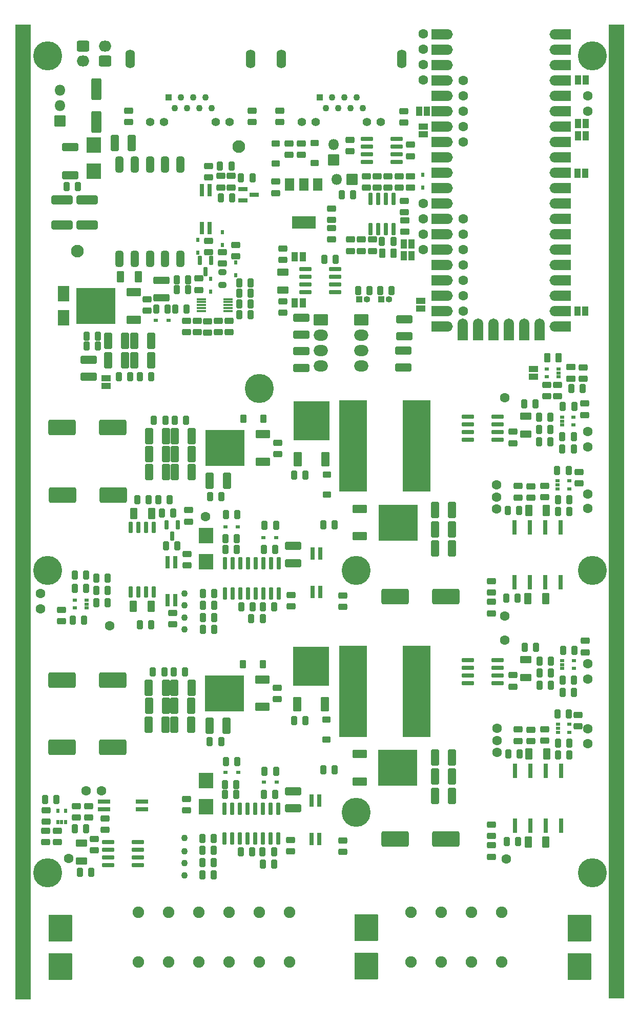
<source format=gts>
G04 #@! TF.GenerationSoftware,KiCad,Pcbnew,6.0.1-79c1e3a40b~116~ubuntu20.04.1*
G04 #@! TF.CreationDate,2022-07-13T18:57:56+02:00*
G04 #@! TF.ProjectId,Power,506f7765-722e-46b6-9963-61645f706362,rev?*
G04 #@! TF.SameCoordinates,Original*
G04 #@! TF.FileFunction,Soldermask,Top*
G04 #@! TF.FilePolarity,Negative*
%FSLAX46Y46*%
G04 Gerber Fmt 4.6, Leading zero omitted, Abs format (unit mm)*
G04 Created by KiCad (PCBNEW 6.0.1-79c1e3a40b~116~ubuntu20.04.1) date 2022-07-13 18:57:56*
%MOMM*%
%LPD*%
G01*
G04 APERTURE LIST*
G04 Aperture macros list*
%AMRoundRect*
0 Rectangle with rounded corners*
0 $1 Rounding radius*
0 $2 $3 $4 $5 $6 $7 $8 $9 X,Y pos of 4 corners*
0 Add a 4 corners polygon primitive as box body*
4,1,4,$2,$3,$4,$5,$6,$7,$8,$9,$2,$3,0*
0 Add four circle primitives for the rounded corners*
1,1,$1+$1,$2,$3*
1,1,$1+$1,$4,$5*
1,1,$1+$1,$6,$7*
1,1,$1+$1,$8,$9*
0 Add four rect primitives between the rounded corners*
20,1,$1+$1,$2,$3,$4,$5,0*
20,1,$1+$1,$4,$5,$6,$7,0*
20,1,$1+$1,$6,$7,$8,$9,0*
20,1,$1+$1,$8,$9,$2,$3,0*%
G04 Aperture macros list end*
%ADD10C,1.903400*%
%ADD11RoundRect,0.300000X1.950000X1.000000X-1.950000X1.000000X-1.950000X-1.000000X1.950000X-1.000000X0*%
%ADD12RoundRect,0.293750X-0.243750X-0.456250X0.243750X-0.456250X0.243750X0.456250X-0.243750X0.456250X0*%
%ADD13RoundRect,0.300000X0.375000X1.075000X-0.375000X1.075000X-0.375000X-1.075000X0.375000X-1.075000X0*%
%ADD14RoundRect,0.293750X0.243750X0.456250X-0.243750X0.456250X-0.243750X-0.456250X0.243750X-0.456250X0*%
%ADD15RoundRect,0.200000X0.150000X-0.825000X0.150000X0.825000X-0.150000X0.825000X-0.150000X-0.825000X0*%
%ADD16C,1.600000*%
%ADD17RoundRect,0.293750X-0.456250X0.243750X-0.456250X-0.243750X0.456250X-0.243750X0.456250X0.243750X0*%
%ADD18C,1.100000*%
%ADD19C,2.100000*%
%ADD20RoundRect,0.050000X-0.500000X-0.750000X0.500000X-0.750000X0.500000X0.750000X-0.500000X0.750000X0*%
%ADD21RoundRect,0.293750X0.456250X-0.243750X0.456250X0.243750X-0.456250X0.243750X-0.456250X-0.243750X0*%
%ADD22RoundRect,0.050000X-0.325000X-0.200000X0.325000X-0.200000X0.325000X0.200000X-0.325000X0.200000X0*%
%ADD23RoundRect,0.299999X1.450001X-0.450001X1.450001X0.450001X-1.450001X0.450001X-1.450001X-0.450001X0*%
%ADD24RoundRect,0.050000X-0.225000X0.300000X-0.225000X-0.300000X0.225000X-0.300000X0.225000X0.300000X0*%
%ADD25RoundRect,0.050000X0.600000X-0.450000X0.600000X0.450000X-0.600000X0.450000X-0.600000X-0.450000X0*%
%ADD26RoundRect,0.200000X-0.150000X0.587500X-0.150000X-0.587500X0.150000X-0.587500X0.150000X0.587500X0*%
%ADD27RoundRect,0.300000X1.075000X-0.375000X1.075000X0.375000X-1.075000X0.375000X-1.075000X-0.375000X0*%
%ADD28RoundRect,0.050000X-1.125000X0.875000X-1.125000X-0.875000X1.125000X-0.875000X1.125000X0.875000X0*%
%ADD29O,2.350000X1.850000*%
%ADD30RoundRect,0.050000X0.600000X-1.100000X0.600000X1.100000X-0.600000X1.100000X-0.600000X-1.100000X0*%
%ADD31RoundRect,0.050000X2.900000X-3.200000X2.900000X3.200000X-2.900000X3.200000X-2.900000X-3.200000X0*%
%ADD32RoundRect,0.050000X0.700000X0.150000X-0.700000X0.150000X-0.700000X-0.150000X0.700000X-0.150000X0*%
%ADD33C,4.800000*%
%ADD34C,3.200000*%
%ADD35RoundRect,0.050000X-1.150000X1.250000X-1.150000X-1.250000X1.150000X-1.250000X1.150000X1.250000X0*%
%ADD36RoundRect,0.300000X0.250000X0.475000X-0.250000X0.475000X-0.250000X-0.475000X0.250000X-0.475000X0*%
%ADD37RoundRect,0.300000X1.075000X-0.362500X1.075000X0.362500X-1.075000X0.362500X-1.075000X-0.362500X0*%
%ADD38RoundRect,0.050000X1.100000X0.600000X-1.100000X0.600000X-1.100000X-0.600000X1.100000X-0.600000X0*%
%ADD39RoundRect,0.050000X3.200000X2.900000X-3.200000X2.900000X-3.200000X-2.900000X3.200000X-2.900000X0*%
%ADD40RoundRect,0.300000X-0.325000X-0.650000X0.325000X-0.650000X0.325000X0.650000X-0.325000X0.650000X0*%
%ADD41RoundRect,0.200000X-0.825000X-0.150000X0.825000X-0.150000X0.825000X0.150000X-0.825000X0.150000X0*%
%ADD42RoundRect,0.050000X0.225000X-0.300000X0.225000X0.300000X-0.225000X0.300000X-0.225000X-0.300000X0*%
%ADD43RoundRect,0.050000X0.750000X-0.500000X0.750000X0.500000X-0.750000X0.500000X-0.750000X-0.500000X0*%
%ADD44RoundRect,0.300000X-0.375000X-1.075000X0.375000X-1.075000X0.375000X1.075000X-0.375000X1.075000X0*%
%ADD45RoundRect,0.300000X-0.475000X0.250000X-0.475000X-0.250000X0.475000X-0.250000X0.475000X0.250000X0*%
%ADD46RoundRect,0.050000X-0.300000X-0.225000X0.300000X-0.225000X0.300000X0.225000X-0.300000X0.225000X0*%
%ADD47RoundRect,0.300000X-0.650000X0.325000X-0.650000X-0.325000X0.650000X-0.325000X0.650000X0.325000X0*%
%ADD48RoundRect,0.300000X0.650000X-0.325000X0.650000X0.325000X-0.650000X0.325000X-0.650000X-0.325000X0*%
%ADD49RoundRect,0.050000X-0.500000X-0.500000X0.500000X-0.500000X0.500000X0.500000X-0.500000X0.500000X0*%
%ADD50C,1.400000*%
%ADD51O,1.600000X3.100000*%
%ADD52RoundRect,0.050000X-0.750000X0.500000X-0.750000X-0.500000X0.750000X-0.500000X0.750000X0.500000X0*%
%ADD53RoundRect,0.050000X0.500000X0.750000X-0.500000X0.750000X-0.500000X-0.750000X0.500000X-0.750000X0*%
%ADD54RoundRect,0.050000X-1.100000X-0.600000X1.100000X-0.600000X1.100000X0.600000X-1.100000X0.600000X0*%
%ADD55RoundRect,0.050000X-3.200000X-2.900000X3.200000X-2.900000X3.200000X2.900000X-3.200000X2.900000X0*%
%ADD56RoundRect,0.050000X-0.320000X1.000000X-0.320000X-1.000000X0.320000X-1.000000X0.320000X1.000000X0*%
%ADD57RoundRect,0.050000X-0.750000X1.000000X-0.750000X-1.000000X0.750000X-1.000000X0.750000X1.000000X0*%
%ADD58RoundRect,0.050000X-1.900000X1.000000X-1.900000X-1.000000X1.900000X-1.000000X1.900000X1.000000X0*%
%ADD59RoundRect,0.050000X1.000000X-0.800000X1.000000X0.800000X-1.000000X0.800000X-1.000000X-0.800000X0*%
%ADD60O,2.500000X1.700000*%
%ADD61O,1.700000X2.500000*%
%ADD62RoundRect,0.050000X0.800000X1.000000X-0.800000X1.000000X-0.800000X-1.000000X0.800000X-1.000000X0*%
%ADD63RoundRect,0.050000X-1.000000X0.800000X-1.000000X-0.800000X1.000000X-0.800000X1.000000X0.800000X0*%
%ADD64RoundRect,0.300000X-1.075000X0.312500X-1.075000X-0.312500X1.075000X-0.312500X1.075000X0.312500X0*%
%ADD65RoundRect,0.050000X-0.850000X0.850000X-0.850000X-0.850000X0.850000X-0.850000X0.850000X0.850000X0*%
%ADD66O,1.800000X1.800000*%
%ADD67RoundRect,0.200000X0.825000X0.150000X-0.825000X0.150000X-0.825000X-0.150000X0.825000X-0.150000X0*%
%ADD68RoundRect,0.300000X0.550000X-1.500000X0.550000X1.500000X-0.550000X1.500000X-0.550000X-1.500000X0*%
%ADD69RoundRect,0.300000X-1.075000X0.375000X-1.075000X-0.375000X1.075000X-0.375000X1.075000X0.375000X0*%
%ADD70RoundRect,0.050000X-1.905000X2.120000X-1.905000X-2.120000X1.905000X-2.120000X1.905000X2.120000X0*%
%ADD71RoundRect,0.200000X-0.150000X0.825000X-0.150000X-0.825000X0.150000X-0.825000X0.150000X0.825000X0*%
%ADD72RoundRect,0.050000X0.325000X0.200000X-0.325000X0.200000X-0.325000X-0.200000X0.325000X-0.200000X0*%
%ADD73RoundRect,0.212500X0.162500X-1.012500X0.162500X1.012500X-0.162500X1.012500X-0.162500X-1.012500X0*%
%ADD74RoundRect,0.050000X0.320000X-1.000000X0.320000X1.000000X-0.320000X1.000000X-0.320000X-1.000000X0*%
%ADD75RoundRect,0.268750X0.381250X-0.218750X0.381250X0.218750X-0.381250X0.218750X-0.381250X-0.218750X0*%
%ADD76RoundRect,0.200000X-0.150000X0.750000X-0.150000X-0.750000X0.150000X-0.750000X0.150000X0.750000X0*%
%ADD77RoundRect,0.050000X1.905000X-2.120000X1.905000X2.120000X-1.905000X2.120000X-1.905000X-2.120000X0*%
%ADD78RoundRect,0.050000X-0.450000X-0.600000X0.450000X-0.600000X0.450000X0.600000X-0.450000X0.600000X0*%
%ADD79RoundRect,0.200000X-0.587500X-0.150000X0.587500X-0.150000X0.587500X0.150000X-0.587500X0.150000X0*%
%ADD80RoundRect,0.300000X0.325000X0.650000X-0.325000X0.650000X-0.325000X-0.650000X0.325000X-0.650000X0*%
%ADD81RoundRect,0.300000X0.475000X-0.250000X0.475000X0.250000X-0.475000X0.250000X-0.475000X-0.250000X0*%
%ADD82RoundRect,0.300000X-0.750000X0.600000X-0.750000X-0.600000X0.750000X-0.600000X0.750000X0.600000X0*%
%ADD83O,2.100000X1.800000*%
%ADD84C,0.900000*%
%ADD85RoundRect,0.050000X-1.250000X-80.375000X1.250000X-80.375000X1.250000X80.375000X-1.250000X80.375000X0*%
%ADD86RoundRect,0.050000X-1.250000X-80.500000X1.250000X-80.500000X1.250000X80.500000X-1.250000X80.500000X0*%
%ADD87RoundRect,0.050000X0.850000X0.850000X-0.850000X0.850000X-0.850000X-0.850000X0.850000X-0.850000X0*%
%ADD88RoundRect,0.050000X-2.250000X7.500000X-2.250000X-7.500000X2.250000X-7.500000X2.250000X7.500000X0*%
%ADD89RoundRect,0.050000X0.300000X0.225000X-0.300000X0.225000X-0.300000X-0.225000X0.300000X-0.225000X0*%
%ADD90RoundRect,0.300000X0.750000X-0.600000X0.750000X0.600000X-0.750000X0.600000X-0.750000X-0.600000X0*%
%ADD91RoundRect,0.050000X-1.000000X-0.320000X1.000000X-0.320000X1.000000X0.320000X-1.000000X0.320000X0*%
%ADD92RoundRect,0.050000X-0.600000X0.450000X-0.600000X-0.450000X0.600000X-0.450000X0.600000X0.450000X0*%
%ADD93RoundRect,0.050000X0.200000X-0.325000X0.200000X0.325000X-0.200000X0.325000X-0.200000X-0.325000X0*%
%ADD94RoundRect,0.355000X-0.305000X-0.965000X0.305000X-0.965000X0.305000X0.965000X-0.305000X0.965000X0*%
%ADD95RoundRect,0.050000X0.900000X-1.250000X0.900000X1.250000X-0.900000X1.250000X-0.900000X-1.250000X0*%
%ADD96RoundRect,0.050000X-0.500000X0.500000X-0.500000X-0.500000X0.500000X-0.500000X0.500000X0.500000X0*%
%ADD97O,1.100000X1.100000*%
G04 APERTURE END LIST*
D10*
G04 #@! TO.C,J103*
X81950000Y-167500000D03*
X81950000Y-175699999D03*
X86950000Y-167500000D03*
X86950000Y-175699999D03*
G04 #@! TD*
G04 #@! TO.C,J105*
X61950000Y-167498800D03*
X61950000Y-175698799D03*
X66950000Y-175698799D03*
X66950000Y-167498800D03*
G04 #@! TD*
G04 #@! TO.C,J104*
X71950000Y-167500000D03*
X71950000Y-175699999D03*
X76950000Y-167500000D03*
X76950000Y-175699999D03*
G04 #@! TD*
D11*
G04 #@! TO.C,C118*
X57750000Y-87400000D03*
X49350000Y-87400000D03*
G04 #@! TD*
D12*
G04 #@! TO.C,C103*
X51084993Y-119195000D03*
X52959993Y-119195000D03*
G04 #@! TD*
D13*
G04 #@! TO.C,C309*
X113728750Y-141900000D03*
X110928750Y-141900000D03*
G04 #@! TD*
D14*
G04 #@! TO.C,R307*
X84340000Y-157542500D03*
X82465000Y-157542500D03*
G04 #@! TD*
D15*
G04 #@! TO.C,U203*
X76265000Y-114812500D03*
X77535000Y-114812500D03*
X78805000Y-114812500D03*
X80075000Y-114812500D03*
X81345000Y-114812500D03*
X82615000Y-114812500D03*
X83885000Y-114812500D03*
X85155000Y-114812500D03*
X85155000Y-109862500D03*
X83885000Y-109862500D03*
X82615000Y-109862500D03*
X81345000Y-109862500D03*
X80075000Y-109862500D03*
X78805000Y-109862500D03*
X77535000Y-109862500D03*
X76265000Y-109862500D03*
G04 #@! TD*
D12*
G04 #@! TO.C,R212*
X125727500Y-83487500D03*
X127602500Y-83487500D03*
G04 #@! TD*
D16*
G04 #@! TO.C,TP401*
X109000000Y-24920000D03*
G04 #@! TD*
D17*
G04 #@! TO.C,R419*
X98800000Y-56362500D03*
X98800000Y-58237500D03*
G04 #@! TD*
D16*
G04 #@! TO.C,TP104*
X53340000Y-147400000D03*
G04 #@! TD*
G04 #@! TO.C,TP408*
X109000000Y-52940000D03*
G04 #@! TD*
D12*
G04 #@! TO.C,C505*
X78612500Y-65240000D03*
X80487500Y-65240000D03*
G04 #@! TD*
D18*
G04 #@! TO.C,TP311*
X69600000Y-159400000D03*
G04 #@! TD*
D19*
G04 #@! TO.C,VOUT_GND501*
X78500000Y-41000000D03*
G04 #@! TD*
D20*
G04 #@! TO.C,JP417*
X134550000Y-37200000D03*
X135850000Y-37200000D03*
G04 #@! TD*
D21*
G04 #@! TO.C,R326*
X56400000Y-153837500D03*
X56400000Y-151962500D03*
G04 #@! TD*
D22*
G04 #@! TO.C,U305*
X131990000Y-125917500D03*
X131990000Y-126567500D03*
X131990000Y-127217500D03*
X133890000Y-127217500D03*
X133890000Y-125917500D03*
G04 #@! TD*
D23*
G04 #@! TO.C,C512*
X53450000Y-53940000D03*
X53450000Y-49840000D03*
G04 #@! TD*
D24*
G04 #@! TO.C,D403*
X108900000Y-45687500D03*
X108900000Y-47787500D03*
G04 #@! TD*
D25*
G04 #@! TO.C,D402*
X91050000Y-43750000D03*
X91050000Y-40450000D03*
G04 #@! TD*
D21*
G04 #@! TO.C,F401*
X86850000Y-42350000D03*
X86850000Y-40475000D03*
G04 #@! TD*
D26*
G04 #@! TO.C,U403*
X68500000Y-103462500D03*
X66600000Y-103462500D03*
X67550000Y-105337500D03*
G04 #@! TD*
D13*
G04 #@! TO.C,C209*
X113775000Y-101012500D03*
X110975000Y-101012500D03*
G04 #@! TD*
D12*
G04 #@! TO.C,C316*
X82652500Y-148030000D03*
X84527500Y-148030000D03*
G04 #@! TD*
D27*
G04 #@! TO.C,C402*
X88850000Y-72100000D03*
X88850000Y-69300000D03*
G04 #@! TD*
D28*
G04 #@! TO.C,PS402*
X92107500Y-69592500D03*
D29*
X92107500Y-72132500D03*
X92107500Y-74672500D03*
X92107500Y-77212500D03*
G04 #@! TD*
D30*
G04 #@! TO.C,Q302*
X88195000Y-133130000D03*
D31*
X90475000Y-126830000D03*
D30*
X92755000Y-133130000D03*
G04 #@! TD*
D17*
G04 #@! TO.C,C117*
X46731250Y-150618750D03*
X46731250Y-152493750D03*
G04 #@! TD*
D14*
G04 #@! TO.C,C208*
X74450000Y-120800000D03*
X72575000Y-120800000D03*
G04 #@! TD*
D32*
G04 #@! TO.C,U501*
X76750000Y-68200000D03*
X76750000Y-67700000D03*
X76750000Y-67200000D03*
X76750000Y-66700000D03*
X76750000Y-66200000D03*
X72350000Y-66200000D03*
X72350000Y-66700000D03*
X72350000Y-67200000D03*
X72350000Y-67700000D03*
X72350000Y-68200000D03*
G04 #@! TD*
D33*
G04 #@! TO.C,H101*
X136950000Y-161000000D03*
D34*
X136950000Y-161000000D03*
G04 #@! TD*
D21*
G04 #@! TO.C,R324*
X95750000Y-157537500D03*
X95750000Y-155662500D03*
G04 #@! TD*
D17*
G04 #@! TO.C,R514*
X75537500Y-45865000D03*
X75537500Y-47740000D03*
G04 #@! TD*
D35*
G04 #@! TO.C,D201*
X73150000Y-105250000D03*
X73150000Y-109550000D03*
G04 #@! TD*
D17*
G04 #@! TO.C,R303*
X120265000Y-156442500D03*
X120265000Y-158317500D03*
G04 #@! TD*
D16*
G04 #@! TO.C,TP307*
X121200000Y-141100000D03*
G04 #@! TD*
D36*
G04 #@! TO.C,C416*
X131400000Y-75900000D03*
X129500000Y-75900000D03*
G04 #@! TD*
D18*
G04 #@! TO.C,TP310*
X69600000Y-157400000D03*
G04 #@! TD*
D37*
G04 #@! TO.C,R513*
X50700000Y-45712500D03*
X50700000Y-41087500D03*
G04 #@! TD*
D18*
G04 #@! TO.C,TP312*
X69600000Y-161400000D03*
G04 #@! TD*
D12*
G04 #@! TO.C,R316*
X82812500Y-144200000D03*
X84687500Y-144200000D03*
G04 #@! TD*
D38*
G04 #@! TO.C,Q502*
X61175000Y-69580000D03*
D39*
X54875000Y-67300000D03*
D38*
X61175000Y-65020000D03*
G04 #@! TD*
D16*
G04 #@! TO.C,TP304*
X136200000Y-126460000D03*
G04 #@! TD*
D11*
G04 #@! TO.C,C203*
X112750000Y-115300000D03*
X104350000Y-115300000D03*
G04 #@! TD*
D12*
G04 #@! TO.C,R213*
X131258750Y-99337500D03*
X133133750Y-99337500D03*
G04 #@! TD*
D14*
G04 #@! TO.C,R415*
X104075000Y-56700000D03*
X102200000Y-56700000D03*
G04 #@! TD*
D12*
G04 #@! TO.C,R318*
X128202500Y-129967500D03*
X130077500Y-129967500D03*
G04 #@! TD*
D14*
G04 #@! TO.C,R410*
X97437500Y-49000000D03*
X95562500Y-49000000D03*
G04 #@! TD*
D40*
G04 #@! TO.C,C304*
X126446250Y-141305000D03*
X129396250Y-141305000D03*
G04 #@! TD*
D17*
G04 #@! TO.C,R321*
X135750000Y-122662500D03*
X135750000Y-124537500D03*
G04 #@! TD*
D33*
G04 #@! TO.C,H107*
X46950000Y-26000000D03*
D34*
X46950000Y-26000000D03*
G04 #@! TD*
D16*
G04 #@! TO.C,TP305*
X121230000Y-137100000D03*
G04 #@! TD*
D34*
G04 #@! TO.C,H104*
X46950000Y-111000000D03*
D33*
X46950000Y-111000000D03*
G04 #@! TD*
D17*
G04 #@! TO.C,C508*
X69900000Y-69815000D03*
X69900000Y-71690000D03*
G04 #@! TD*
D21*
G04 #@! TO.C,R116*
X51681250Y-151837500D03*
X51681250Y-149962500D03*
G04 #@! TD*
D12*
G04 #@! TO.C,R204*
X72600000Y-116800000D03*
X74475000Y-116800000D03*
G04 #@! TD*
D41*
G04 #@! TO.C,U302*
X116375000Y-125812500D03*
X116375000Y-127082500D03*
X116375000Y-128352500D03*
X116375000Y-129622500D03*
X121325000Y-129622500D03*
X121325000Y-128352500D03*
X121325000Y-127082500D03*
X121325000Y-125812500D03*
G04 #@! TD*
D16*
G04 #@! TO.C,TP404*
X109000000Y-50400000D03*
G04 #@! TD*
D15*
G04 #@! TO.C,U303*
X76205000Y-155305000D03*
X77475000Y-155305000D03*
X78745000Y-155305000D03*
X80015000Y-155305000D03*
X81285000Y-155305000D03*
X82555000Y-155305000D03*
X83825000Y-155305000D03*
X85095000Y-155305000D03*
X85095000Y-150355000D03*
X83825000Y-150355000D03*
X82555000Y-150355000D03*
X81285000Y-150355000D03*
X80015000Y-150355000D03*
X78745000Y-150355000D03*
X77475000Y-150355000D03*
X76205000Y-150355000D03*
G04 #@! TD*
D21*
G04 #@! TO.C,R512*
X73550000Y-58427500D03*
X73550000Y-56552500D03*
G04 #@! TD*
D42*
G04 #@! TO.C,D505*
X75800000Y-57250000D03*
X75800000Y-55150000D03*
G04 #@! TD*
D17*
G04 #@! TO.C,C404*
X84650000Y-46800000D03*
X84650000Y-48675000D03*
G04 #@! TD*
D13*
G04 #@! TO.C,C107*
X70775000Y-91800000D03*
X67975000Y-91800000D03*
G04 #@! TD*
D16*
G04 #@! TO.C,TP202*
X136200000Y-98400000D03*
G04 #@! TD*
D17*
G04 #@! TO.C,R203*
X120240000Y-116225000D03*
X120240000Y-118100000D03*
G04 #@! TD*
D43*
G04 #@! TO.C,JP404*
X109000000Y-39000000D03*
X109000000Y-37700000D03*
G04 #@! TD*
D13*
G04 #@! TO.C,C312*
X113728750Y-148300000D03*
X110928750Y-148300000D03*
G04 #@! TD*
D44*
G04 #@! TO.C,C223*
X73750000Y-96200000D03*
X76550000Y-96200000D03*
G04 #@! TD*
D14*
G04 #@! TO.C,R101*
X67712500Y-101500000D03*
X65837500Y-101500000D03*
G04 #@! TD*
D17*
G04 #@! TO.C,R413*
X99600000Y-45925000D03*
X99600000Y-47800000D03*
G04 #@! TD*
G04 #@! TO.C,R420*
X97000000Y-56362500D03*
X97000000Y-58237500D03*
G04 #@! TD*
D45*
G04 #@! TO.C,C413*
X106003125Y-53200000D03*
X106003125Y-55100000D03*
G04 #@! TD*
D14*
G04 #@! TO.C,R225*
X94412500Y-103450000D03*
X92537500Y-103450000D03*
G04 #@! TD*
D12*
G04 #@! TO.C,R218*
X128177500Y-89750000D03*
X130052500Y-89750000D03*
G04 #@! TD*
G04 #@! TO.C,C219*
X76322500Y-105800000D03*
X78197500Y-105800000D03*
G04 #@! TD*
D46*
G04 #@! TO.C,D303*
X82700000Y-146000000D03*
X84800000Y-146000000D03*
G04 #@! TD*
D47*
G04 #@! TO.C,C124*
X52550000Y-156100000D03*
X52550000Y-159050000D03*
G04 #@! TD*
D48*
G04 #@! TO.C,C314*
X125952500Y-128742500D03*
X125952500Y-125792500D03*
G04 #@! TD*
D16*
G04 #@! TO.C,TP103*
X55880000Y-147400000D03*
G04 #@! TD*
D12*
G04 #@! TO.C,R311*
X131183750Y-134705000D03*
X133058750Y-134705000D03*
G04 #@! TD*
D11*
G04 #@! TO.C,C122*
X57750000Y-129100000D03*
X49350000Y-129100000D03*
G04 #@! TD*
D14*
G04 #@! TO.C,R119*
X54187500Y-160900000D03*
X52312500Y-160900000D03*
G04 #@! TD*
D12*
G04 #@! TO.C,R201*
X122758750Y-115587500D03*
X124633750Y-115587500D03*
G04 #@! TD*
D16*
G04 #@! TO.C,TP407*
X109000000Y-58000000D03*
G04 #@! TD*
D44*
G04 #@! TO.C,C518*
X61250000Y-76300000D03*
X64050000Y-76300000D03*
G04 #@! TD*
D45*
G04 #@! TO.C,C414*
X133400000Y-77450000D03*
X133400000Y-79350000D03*
G04 #@! TD*
D49*
G04 #@! TO.C,J404*
X91900000Y-32850000D03*
D18*
X92916000Y-34630000D03*
X93932000Y-32850000D03*
X94948000Y-34630000D03*
X95964000Y-32850000D03*
X96980000Y-34630000D03*
X97996000Y-32850000D03*
X99012000Y-34630000D03*
D50*
X88915500Y-36914000D03*
X91201500Y-36914000D03*
X99710500Y-36914000D03*
X101996500Y-36914000D03*
D51*
X105489000Y-26500000D03*
X85550000Y-26500000D03*
G04 #@! TD*
D35*
G04 #@! TO.C,D507*
X54600000Y-40790000D03*
X54600000Y-45090000D03*
G04 #@! TD*
D16*
G04 #@! TO.C,TP309*
X122700000Y-158700000D03*
G04 #@! TD*
D52*
G04 #@! TO.C,JP413*
X108600000Y-66500000D03*
X108600000Y-67800000D03*
G04 #@! TD*
D21*
G04 #@! TO.C,R209*
X129096250Y-98937500D03*
X129096250Y-97062500D03*
G04 #@! TD*
D14*
G04 #@! TO.C,R320*
X89527500Y-135792500D03*
X87652500Y-135792500D03*
G04 #@! TD*
D21*
G04 #@! TO.C,R417*
X101400000Y-47800000D03*
X101400000Y-45925000D03*
G04 #@! TD*
G04 #@! TO.C,R310*
X124721250Y-139180000D03*
X124721250Y-137305000D03*
G04 #@! TD*
D12*
G04 #@! TO.C,R503*
X78612500Y-66990000D03*
X80487500Y-66990000D03*
G04 #@! TD*
D53*
G04 #@! TO.C,JP412*
X135800000Y-68200000D03*
X134500000Y-68200000D03*
G04 #@! TD*
D12*
G04 #@! TO.C,R217*
X128177500Y-87750000D03*
X130052500Y-87750000D03*
G04 #@! TD*
D54*
G04 #@! TO.C,Q303*
X98490000Y-141325000D03*
D55*
X104790000Y-143605000D03*
D54*
X98490000Y-145885000D03*
G04 #@! TD*
D20*
G04 #@! TO.C,JP414*
X134550000Y-30000000D03*
X135850000Y-30000000D03*
G04 #@! TD*
D12*
G04 #@! TO.C,NTC501*
X78612500Y-63490000D03*
X80487500Y-63490000D03*
G04 #@! TD*
D17*
G04 #@! TO.C,R401*
X96900000Y-39905000D03*
X96900000Y-41780000D03*
G04 #@! TD*
D56*
G04 #@! TO.C,U502*
X73685000Y-48165000D03*
X72415000Y-48165000D03*
X72415000Y-54465000D03*
X73685000Y-54465000D03*
G04 #@! TD*
D17*
G04 #@! TO.C,R405*
X85300000Y-35062500D03*
X85300000Y-36937500D03*
G04 #@! TD*
D57*
G04 #@! TO.C,U404*
X91550000Y-47237500D03*
X89250000Y-47237500D03*
D58*
X89250000Y-53537500D03*
D57*
X86950000Y-47237500D03*
G04 #@! TD*
D12*
G04 #@! TO.C,C311*
X82502500Y-159542500D03*
X84377500Y-159542500D03*
G04 #@! TD*
D59*
G04 #@! TO.C,U401*
X111400000Y-22462500D03*
D60*
X112700000Y-22462500D03*
D59*
X111400000Y-25002500D03*
D60*
X112700000Y-25002500D03*
X112700000Y-27542500D03*
D59*
X111400000Y-27542500D03*
D60*
X112700000Y-30082500D03*
D59*
X111400000Y-30082500D03*
D60*
X112700000Y-32622500D03*
D59*
X111400000Y-32622500D03*
D60*
X112700000Y-35162500D03*
D59*
X111400000Y-35162500D03*
D60*
X112700000Y-37702500D03*
D59*
X111400000Y-37702500D03*
X111400000Y-40242500D03*
D60*
X112700000Y-40242500D03*
D59*
X111400000Y-42782500D03*
D60*
X112700000Y-42782500D03*
X112700000Y-45322500D03*
D59*
X111400000Y-45322500D03*
D60*
X112700000Y-47862500D03*
D59*
X111400000Y-47862500D03*
D60*
X112700000Y-50402500D03*
D59*
X111400000Y-50402500D03*
X111400000Y-52942500D03*
D60*
X112700000Y-52942500D03*
D59*
X111400000Y-55482500D03*
D60*
X112700000Y-55482500D03*
X112700000Y-58022500D03*
D59*
X111400000Y-58022500D03*
X111400000Y-60562500D03*
D60*
X112700000Y-60562500D03*
D59*
X111400000Y-63102500D03*
D60*
X112700000Y-63102500D03*
D59*
X111400000Y-65642500D03*
D60*
X112700000Y-65642500D03*
D59*
X111400000Y-68182500D03*
D60*
X112700000Y-68182500D03*
D59*
X111400000Y-70722500D03*
D60*
X112700000Y-70722500D03*
D61*
X115550000Y-70662500D03*
D62*
X115550000Y-71962500D03*
X118090000Y-71962500D03*
D61*
X118090000Y-70662500D03*
D62*
X120630000Y-71962500D03*
D61*
X120630000Y-70662500D03*
X123170000Y-70662500D03*
D62*
X123170000Y-71962500D03*
D61*
X125710000Y-70662500D03*
D62*
X125710000Y-71962500D03*
D61*
X128250000Y-70662500D03*
D62*
X128250000Y-71962500D03*
D63*
X132400000Y-70722500D03*
D60*
X131100000Y-70722500D03*
D63*
X132400000Y-68182500D03*
D60*
X131100000Y-68182500D03*
D63*
X132400000Y-65642500D03*
D60*
X131100000Y-65642500D03*
X131100000Y-63102500D03*
D63*
X132400000Y-63102500D03*
D60*
X131100000Y-60562500D03*
D63*
X132400000Y-60562500D03*
X132400000Y-58022500D03*
D60*
X131100000Y-58022500D03*
D63*
X132400000Y-55482500D03*
D60*
X131100000Y-55482500D03*
X131100000Y-52942500D03*
D63*
X132400000Y-52942500D03*
D60*
X131100000Y-50402500D03*
D63*
X132400000Y-50402500D03*
X132400000Y-47862500D03*
D60*
X131100000Y-47862500D03*
D63*
X132400000Y-45322500D03*
D60*
X131100000Y-45322500D03*
X131100000Y-42782500D03*
D63*
X132400000Y-42782500D03*
X132400000Y-40242500D03*
D60*
X131100000Y-40242500D03*
X131100000Y-37702500D03*
D63*
X132400000Y-37702500D03*
D60*
X131100000Y-35162500D03*
D63*
X132400000Y-35162500D03*
X132400000Y-32622500D03*
D60*
X131100000Y-32622500D03*
D63*
X132400000Y-30082500D03*
D60*
X131100000Y-30082500D03*
X131100000Y-27542500D03*
D63*
X132400000Y-27542500D03*
D60*
X131100000Y-25002500D03*
D63*
X132400000Y-25002500D03*
X132400000Y-22462500D03*
D60*
X131100000Y-22462500D03*
D16*
X115640000Y-30082500D03*
X115640000Y-32622500D03*
X115640000Y-35162500D03*
X115640000Y-37702500D03*
X115640000Y-40242500D03*
X115640000Y-52942500D03*
X115640000Y-55482500D03*
X115640000Y-58022500D03*
X115640000Y-60562500D03*
X115640000Y-63102500D03*
X115640000Y-65642500D03*
X115640000Y-68182500D03*
G04 #@! TD*
D64*
G04 #@! TO.C,R510*
X65750000Y-63077500D03*
X65750000Y-66002500D03*
G04 #@! TD*
D65*
G04 #@! TO.C,JP403*
X97275000Y-46400000D03*
D66*
X94735000Y-46400000D03*
G04 #@! TD*
D67*
G04 #@! TO.C,U405*
X94475000Y-65070000D03*
X94475000Y-63800000D03*
X94475000Y-62530000D03*
X94475000Y-61260000D03*
X89525000Y-61260000D03*
X89525000Y-62530000D03*
X89525000Y-63800000D03*
X89525000Y-65070000D03*
G04 #@! TD*
D21*
G04 #@! TO.C,R308*
X126821250Y-139192500D03*
X126821250Y-137317500D03*
G04 #@! TD*
G04 #@! TO.C,R208*
X126796250Y-98975000D03*
X126796250Y-97100000D03*
G04 #@! TD*
D14*
G04 #@! TO.C,R104*
X56849993Y-112325000D03*
X54974993Y-112325000D03*
G04 #@! TD*
D16*
G04 #@! TO.C,TP205*
X121100000Y-96900000D03*
G04 #@! TD*
D17*
G04 #@! TO.C,R411*
X85800000Y-66600000D03*
X85800000Y-68475000D03*
G04 #@! TD*
D33*
G04 #@! TO.C,H108*
X136950000Y-26000000D03*
D34*
X136950000Y-26000000D03*
G04 #@! TD*
D14*
G04 #@! TO.C,R109*
X66400000Y-86200000D03*
X64525000Y-86200000D03*
G04 #@! TD*
G04 #@! TO.C,R108*
X69800000Y-86200000D03*
X67925000Y-86200000D03*
G04 #@! TD*
G04 #@! TO.C,R111*
X53337500Y-153700000D03*
X51462500Y-153700000D03*
G04 #@! TD*
D12*
G04 #@! TO.C,R323*
X132027500Y-129167500D03*
X133902500Y-129167500D03*
G04 #@! TD*
D68*
G04 #@! TO.C,C521*
X55000000Y-36900000D03*
X55000000Y-31500000D03*
G04 #@! TD*
D12*
G04 #@! TO.C,C215*
X131258750Y-101312500D03*
X133133750Y-101312500D03*
G04 #@! TD*
D14*
G04 #@! TO.C,R118*
X63632500Y-99300000D03*
X61757500Y-99300000D03*
G04 #@! TD*
D12*
G04 #@! TO.C,R305*
X72540000Y-159292500D03*
X74415000Y-159292500D03*
G04 #@! TD*
D11*
G04 #@! TO.C,C121*
X57750000Y-140200000D03*
X49350000Y-140200000D03*
G04 #@! TD*
D12*
G04 #@! TO.C,R317*
X128202500Y-127967500D03*
X130077500Y-127967500D03*
G04 #@! TD*
G04 #@! TO.C,C302*
X78877500Y-157542500D03*
X80752500Y-157542500D03*
G04 #@! TD*
D21*
G04 #@! TO.C,R511*
X75800000Y-60337500D03*
X75800000Y-58462500D03*
G04 #@! TD*
G04 #@! TO.C,R221*
X135665000Y-85337500D03*
X135665000Y-83462500D03*
G04 #@! TD*
G04 #@! TO.C,C507*
X71900000Y-64677500D03*
X71900000Y-62802500D03*
G04 #@! TD*
D40*
G04 #@! TO.C,C201*
X126321250Y-115687500D03*
X129271250Y-115687500D03*
G04 #@! TD*
D12*
G04 #@! TO.C,C315*
X131283750Y-141530000D03*
X133158750Y-141530000D03*
G04 #@! TD*
D69*
G04 #@! TO.C,C218*
X87550000Y-107000000D03*
X87550000Y-109800000D03*
G04 #@! TD*
D70*
G04 #@! TO.C,F101*
X99650000Y-170020000D03*
X99650000Y-176400000D03*
G04 #@! TD*
D13*
G04 #@! TO.C,C206*
X113775000Y-104212500D03*
X110975000Y-104212500D03*
G04 #@! TD*
D21*
G04 #@! TO.C,R226*
X67600000Y-119937500D03*
X67600000Y-118062500D03*
G04 #@! TD*
D17*
G04 #@! TO.C,C123*
X54675000Y-155362500D03*
X54675000Y-157237500D03*
G04 #@! TD*
D16*
G04 #@! TO.C,TP208*
X122500000Y-82500000D03*
G04 #@! TD*
D71*
G04 #@! TO.C,U406*
X104140000Y-49662500D03*
X102870000Y-49662500D03*
X101600000Y-49662500D03*
X100330000Y-49662500D03*
X100330000Y-54612500D03*
X101600000Y-54612500D03*
X102870000Y-54612500D03*
X104140000Y-54612500D03*
G04 #@! TD*
D13*
G04 #@! TO.C,C109*
X70750000Y-88800000D03*
X67950000Y-88800000D03*
G04 #@! TD*
D14*
G04 #@! TO.C,C220*
X133965000Y-83900000D03*
X132090000Y-83900000D03*
G04 #@! TD*
D72*
G04 #@! TO.C,U102*
X53364993Y-117225000D03*
X53364993Y-116575000D03*
X53364993Y-115925000D03*
X51464993Y-115925000D03*
X51464993Y-117225000D03*
G04 #@! TD*
D14*
G04 #@! TO.C,C408*
X68387500Y-107000000D03*
X66512500Y-107000000D03*
G04 #@! TD*
D12*
G04 #@! TO.C,R304*
X72540000Y-157292500D03*
X74415000Y-157292500D03*
G04 #@! TD*
D10*
G04 #@! TO.C,J102*
X106950000Y-167498800D03*
X106950000Y-175698799D03*
X111950000Y-167498800D03*
X111950000Y-175698799D03*
G04 #@! TD*
D16*
G04 #@! TO.C,TP301*
X136200000Y-139600000D03*
G04 #@! TD*
D35*
G04 #@! TO.C,D301*
X73090000Y-145742500D03*
X73090000Y-150042500D03*
G04 #@! TD*
D17*
G04 #@! TO.C,R502*
X75150000Y-69815000D03*
X75150000Y-71690000D03*
G04 #@! TD*
D16*
G04 #@! TO.C,TP101*
X45800000Y-114860000D03*
G04 #@! TD*
D21*
G04 #@! TO.C,C310*
X123852500Y-130205000D03*
X123852500Y-128330000D03*
G04 #@! TD*
D14*
G04 #@! TO.C,R220*
X89587500Y-95300000D03*
X87712500Y-95300000D03*
G04 #@! TD*
G04 #@! TO.C,R506*
X70162500Y-63002500D03*
X68287500Y-63002500D03*
G04 #@! TD*
D46*
G04 #@! TO.C,D202*
X76300000Y-103800000D03*
X78400000Y-103800000D03*
G04 #@! TD*
D16*
G04 #@! TO.C,TP303*
X136200000Y-129000000D03*
G04 #@! TD*
D12*
G04 #@! TO.C,C519*
X58712500Y-79000000D03*
X60587500Y-79000000D03*
G04 #@! TD*
G04 #@! TO.C,R105*
X54974993Y-116325000D03*
X56849993Y-116325000D03*
G04 #@! TD*
D44*
G04 #@! TO.C,C515*
X58075000Y-40440000D03*
X60875000Y-40440000D03*
G04 #@! TD*
D13*
G04 #@! TO.C,C110*
X66540000Y-91800000D03*
X63740000Y-91800000D03*
G04 #@! TD*
D12*
G04 #@! TO.C,C319*
X76262500Y-146400000D03*
X78137500Y-146400000D03*
G04 #@! TD*
D16*
G04 #@! TO.C,TP201*
X136200000Y-100800000D03*
G04 #@! TD*
G04 #@! TO.C,TP302*
X136200000Y-137160000D03*
G04 #@! TD*
D12*
G04 #@! TO.C,C222*
X73812500Y-98800000D03*
X75687500Y-98800000D03*
G04 #@! TD*
D13*
G04 #@! TO.C,C306*
X113728750Y-145100000D03*
X110928750Y-145100000D03*
G04 #@! TD*
D23*
G04 #@! TO.C,C513*
X49350000Y-53940000D03*
X49350000Y-49840000D03*
G04 #@! TD*
D69*
G04 #@! TO.C,C318*
X87490000Y-147492500D03*
X87490000Y-150292500D03*
G04 #@! TD*
D73*
G04 #@! TO.C,U301*
X124133750Y-153180000D03*
X126673750Y-153180000D03*
X129213750Y-153180000D03*
X131753750Y-153180000D03*
X131753750Y-144130000D03*
X129213750Y-144130000D03*
X126673750Y-144130000D03*
X124133750Y-144130000D03*
G04 #@! TD*
D11*
G04 #@! TO.C,C120*
X57775000Y-98600000D03*
X49375000Y-98600000D03*
G04 #@! TD*
G04 #@! TO.C,C303*
X112750000Y-155400000D03*
X104350000Y-155400000D03*
G04 #@! TD*
D12*
G04 #@! TO.C,R211*
X131158750Y-94487500D03*
X133033750Y-94487500D03*
G04 #@! TD*
D16*
G04 #@! TO.C,TP406*
X109000000Y-22380000D03*
G04 #@! TD*
D12*
G04 #@! TO.C,C322*
X73752500Y-139292500D03*
X75627500Y-139292500D03*
G04 #@! TD*
D72*
G04 #@! TO.C,U407*
X131350000Y-79050000D03*
X131350000Y-78400000D03*
X131350000Y-77750000D03*
X129450000Y-77750000D03*
X129450000Y-79050000D03*
G04 #@! TD*
D17*
G04 #@! TO.C,R508*
X63350000Y-66262500D03*
X63350000Y-68137500D03*
G04 #@! TD*
D74*
G04 #@! TO.C,U306*
X90565000Y-155350000D03*
X91835000Y-155350000D03*
X91835000Y-149050000D03*
X90565000Y-149050000D03*
G04 #@! TD*
D16*
G04 #@! TO.C,TP306*
X121230000Y-139100000D03*
G04 #@! TD*
D18*
G04 #@! TO.C,TP213*
X69600000Y-114800000D03*
G04 #@! TD*
D75*
G04 #@! TO.C,L501*
X75800000Y-63862500D03*
X75800000Y-61737500D03*
G04 #@! TD*
D14*
G04 #@! TO.C,R207*
X84400000Y-117050000D03*
X82525000Y-117050000D03*
G04 #@! TD*
D17*
G04 #@! TO.C,R202*
X120240000Y-112825000D03*
X120240000Y-114700000D03*
G04 #@! TD*
D21*
G04 #@! TO.C,R515*
X73550000Y-46077500D03*
X73550000Y-44202500D03*
G04 #@! TD*
D17*
G04 #@! TO.C,R414*
X103200000Y-45925000D03*
X103200000Y-47800000D03*
G04 #@! TD*
D48*
G04 #@! TO.C,C214*
X125927500Y-88525000D03*
X125927500Y-85575000D03*
G04 #@! TD*
D12*
G04 #@! TO.C,C504*
X78612500Y-68740000D03*
X80487500Y-68740000D03*
G04 #@! TD*
D17*
G04 #@! TO.C,F402*
X88850000Y-40475000D03*
X88850000Y-42350000D03*
G04 #@! TD*
G04 #@! TO.C,R409*
X85800000Y-57862500D03*
X85800000Y-59737500D03*
G04 #@! TD*
D16*
G04 #@! TO.C,TP308*
X122500000Y-122500000D03*
G04 #@! TD*
D21*
G04 #@! TO.C,R423*
X135400000Y-79337500D03*
X135400000Y-77462500D03*
G04 #@! TD*
D42*
G04 #@! TO.C,D502*
X73881250Y-64950000D03*
X73881250Y-62850000D03*
G04 #@! TD*
D76*
G04 #@! TO.C,U101*
X64480000Y-103937500D03*
X63210000Y-103937500D03*
X61940000Y-103937500D03*
X60670000Y-103937500D03*
X60670000Y-114587500D03*
X61940000Y-114587500D03*
X63210000Y-114587500D03*
X64480000Y-114587500D03*
G04 #@! TD*
D16*
G04 #@! TO.C,TP106*
X50400000Y-158600000D03*
G04 #@! TD*
D77*
G04 #@! TO.C,F103*
X49050000Y-176500000D03*
X49050000Y-170120000D03*
G04 #@! TD*
D22*
G04 #@! TO.C,U205*
X131965000Y-85700000D03*
X131965000Y-86350000D03*
X131965000Y-87000000D03*
X133865000Y-87000000D03*
X133865000Y-85700000D03*
G04 #@! TD*
D44*
G04 #@! TO.C,C501*
X56937500Y-73100000D03*
X59737500Y-73100000D03*
G04 #@! TD*
D14*
G04 #@! TO.C,C320*
X133990000Y-124200000D03*
X132115000Y-124200000D03*
G04 #@! TD*
D53*
G04 #@! TO.C,JP410*
X107100000Y-57073750D03*
X105800000Y-57073750D03*
G04 #@! TD*
D42*
G04 #@! TO.C,D506*
X71800000Y-58490000D03*
X71800000Y-56390000D03*
G04 #@! TD*
D17*
G04 #@! TO.C,R319*
X84875000Y-130417500D03*
X84875000Y-132292500D03*
G04 #@! TD*
D28*
G04 #@! TO.C,PS401*
X98807500Y-69592500D03*
D29*
X98807500Y-72132500D03*
X98807500Y-74672500D03*
X98807500Y-77212500D03*
G04 #@! TD*
D36*
G04 #@! TO.C,C411*
X104150000Y-58600000D03*
X102250000Y-58600000D03*
G04 #@! TD*
D16*
G04 #@! TO.C,TP203*
X136200000Y-90600000D03*
G04 #@! TD*
D78*
G04 #@! TO.C,D304*
X79240000Y-126492500D03*
X82540000Y-126492500D03*
G04 #@! TD*
D21*
G04 #@! TO.C,C503*
X73400000Y-71727500D03*
X73400000Y-69852500D03*
G04 #@! TD*
D17*
G04 #@! TO.C,R302*
X120265000Y-153042500D03*
X120265000Y-154917500D03*
G04 #@! TD*
G04 #@! TO.C,C205*
X87150000Y-115062500D03*
X87150000Y-116937500D03*
G04 #@! TD*
D19*
G04 #@! TO.C,GND501*
X51850000Y-58240000D03*
G04 #@! TD*
D21*
G04 #@! TO.C,R501*
X76900000Y-71690000D03*
X76900000Y-69815000D03*
G04 #@! TD*
D12*
G04 #@! TO.C,C321*
X132027500Y-131167500D03*
X133902500Y-131167500D03*
G04 #@! TD*
D17*
G04 #@! TO.C,C213*
X134796250Y-94775000D03*
X134796250Y-96650000D03*
G04 #@! TD*
D21*
G04 #@! TO.C,R210*
X124696250Y-98962500D03*
X124696250Y-97087500D03*
G04 #@! TD*
D18*
G04 #@! TO.C,TP211*
X69600000Y-118800000D03*
G04 #@! TD*
D17*
G04 #@! TO.C,R115*
X48600000Y-154062500D03*
X48600000Y-155937500D03*
G04 #@! TD*
G04 #@! TO.C,C405*
X93850000Y-51262500D03*
X93850000Y-53137500D03*
G04 #@! TD*
G04 #@! TO.C,R314*
X69890000Y-148805000D03*
X69890000Y-150680000D03*
G04 #@! TD*
D12*
G04 #@! TO.C,C207*
X72575000Y-114800000D03*
X74450000Y-114800000D03*
G04 #@! TD*
D79*
G04 #@! TO.C,U503*
X79225000Y-47990000D03*
X79225000Y-49890000D03*
X81100000Y-48940000D03*
G04 #@! TD*
D14*
G04 #@! TO.C,R114*
X48425000Y-148900000D03*
X46550000Y-148900000D03*
G04 #@! TD*
D80*
G04 #@! TO.C,C101*
X64150000Y-101600000D03*
X61200000Y-101600000D03*
G04 #@! TD*
D74*
G04 #@! TO.C,U207*
X66765000Y-115950000D03*
X68035000Y-115950000D03*
X68035000Y-109650000D03*
X66765000Y-109650000D03*
G04 #@! TD*
D26*
G04 #@! TO.C,Q501*
X74000000Y-59802500D03*
X72100000Y-59802500D03*
X73050000Y-61677500D03*
G04 #@! TD*
D67*
G04 #@! TO.C,U402*
X104650000Y-43570000D03*
X104650000Y-42300000D03*
X104650000Y-41030000D03*
X104650000Y-39760000D03*
X99700000Y-39760000D03*
X99700000Y-41030000D03*
X99700000Y-42300000D03*
X99700000Y-43570000D03*
G04 #@! TD*
D12*
G04 #@! TO.C,C217*
X76322500Y-107537500D03*
X78197500Y-107537500D03*
G04 #@! TD*
D81*
G04 #@! TO.C,C412*
X106900000Y-47800000D03*
X106900000Y-45900000D03*
G04 #@! TD*
D17*
G04 #@! TO.C,R418*
X100600000Y-56362500D03*
X100600000Y-58237500D03*
G04 #@! TD*
G04 #@! TO.C,R402*
X80700000Y-35062500D03*
X80700000Y-36937500D03*
G04 #@! TD*
D24*
G04 #@! TO.C,D501*
X78050000Y-60150000D03*
X78050000Y-62250000D03*
G04 #@! TD*
D12*
G04 #@! TO.C,C221*
X132002500Y-90950000D03*
X133877500Y-90950000D03*
G04 #@! TD*
D21*
G04 #@! TO.C,R224*
X95750000Y-117037500D03*
X95750000Y-115162500D03*
G04 #@! TD*
D70*
G04 #@! TO.C,F102*
X134850000Y-170120000D03*
X134850000Y-176500000D03*
G04 #@! TD*
D14*
G04 #@! TO.C,R117*
X67112500Y-99325000D03*
X65237500Y-99325000D03*
G04 #@! TD*
D67*
G04 #@! TO.C,U104*
X61875000Y-159715000D03*
X61875000Y-158445000D03*
X61875000Y-157175000D03*
X61875000Y-155905000D03*
X56925000Y-155905000D03*
X56925000Y-157175000D03*
X56925000Y-158445000D03*
X56925000Y-159715000D03*
G04 #@! TD*
D17*
G04 #@! TO.C,C415*
X131200000Y-80362500D03*
X131200000Y-82237500D03*
G04 #@! TD*
D21*
G04 #@! TO.C,R404*
X105800000Y-37025000D03*
X105800000Y-35150000D03*
G04 #@! TD*
D17*
G04 #@! TO.C,R403*
X60300000Y-35062500D03*
X60300000Y-36937500D03*
G04 #@! TD*
D46*
G04 #@! TO.C,D302*
X76360000Y-144400000D03*
X78460000Y-144400000D03*
G04 #@! TD*
D38*
G04 #@! TO.C,Q301*
X82475000Y-133585000D03*
D39*
X76175000Y-131305000D03*
D38*
X82475000Y-129025000D03*
G04 #@! TD*
D16*
G04 #@! TO.C,TP402*
X109000000Y-30000000D03*
G04 #@! TD*
D12*
G04 #@! TO.C,R102*
X62212500Y-120000000D03*
X64087500Y-120000000D03*
G04 #@! TD*
D17*
G04 #@! TO.C,R219*
X84935000Y-89925000D03*
X84935000Y-91800000D03*
G04 #@! TD*
D25*
G04 #@! TO.C,D205*
X93110000Y-98500000D03*
X93110000Y-95200000D03*
G04 #@! TD*
D12*
G04 #@! TO.C,R206*
X122962500Y-101087500D03*
X124837500Y-101087500D03*
G04 #@! TD*
D16*
G04 #@! TO.C,TP105*
X57200000Y-120200000D03*
G04 #@! TD*
D82*
G04 #@! TO.C,J405*
X52800000Y-24400000D03*
D83*
X52800000Y-26900000D03*
G04 #@! TD*
D21*
G04 #@! TO.C,R424*
X129400000Y-82237500D03*
X129400000Y-80362500D03*
G04 #@! TD*
D13*
G04 #@! TO.C,C112*
X66437500Y-136480000D03*
X63637500Y-136480000D03*
G04 #@! TD*
D30*
G04 #@! TO.C,Q202*
X88255000Y-92637500D03*
D31*
X90535000Y-86337500D03*
D30*
X92815000Y-92637500D03*
G04 #@! TD*
D12*
G04 #@! TO.C,R509*
X53412500Y-73950000D03*
X55287500Y-73950000D03*
G04 #@! TD*
D13*
G04 #@! TO.C,C116*
X66475000Y-130405000D03*
X63675000Y-130405000D03*
G04 #@! TD*
D84*
G04 #@! TO.C,N101*
X43150000Y-83625000D03*
X140650000Y-93375000D03*
X43150000Y-33625000D03*
X140650000Y-123375000D03*
X140650000Y-43375000D03*
X43150000Y-23625000D03*
X43150000Y-43625000D03*
X43150000Y-93625000D03*
X140650000Y-83375000D03*
X43150000Y-103625000D03*
X43150000Y-133625000D03*
D85*
X140900000Y-101250000D03*
D84*
X43150000Y-123625000D03*
X140650000Y-33375000D03*
X140650000Y-73375000D03*
X140650000Y-173375000D03*
X43150000Y-143625000D03*
X140650000Y-23375000D03*
X43150000Y-113625000D03*
X140650000Y-113375000D03*
X43150000Y-53625000D03*
X140650000Y-103375000D03*
X43150000Y-163625000D03*
X43150000Y-73625000D03*
D86*
X42900000Y-101375000D03*
D84*
X140650000Y-63375000D03*
X140650000Y-143375000D03*
X43150000Y-173625000D03*
X43150000Y-63625000D03*
X140650000Y-163375000D03*
X43150000Y-153625000D03*
X140650000Y-133375000D03*
X140650000Y-53375000D03*
X140650000Y-153375000D03*
G04 #@! TD*
D18*
G04 #@! TO.C,TP212*
X69600000Y-120800000D03*
G04 #@! TD*
D87*
G04 #@! TO.C,JP401*
X94210000Y-43200000D03*
D66*
X94210000Y-40660000D03*
G04 #@! TD*
D41*
G04 #@! TO.C,U202*
X116375000Y-85595000D03*
X116375000Y-86865000D03*
X116375000Y-88135000D03*
X116375000Y-89405000D03*
X121325000Y-89405000D03*
X121325000Y-88135000D03*
X121325000Y-86865000D03*
X121325000Y-85595000D03*
G04 #@! TD*
D17*
G04 #@! TO.C,C409*
X70250000Y-101062500D03*
X70250000Y-102937500D03*
G04 #@! TD*
D34*
G04 #@! TO.C,H106*
X136950000Y-111000000D03*
D33*
X136950000Y-111000000D03*
G04 #@! TD*
D14*
G04 #@! TO.C,C308*
X74390000Y-161292500D03*
X72515000Y-161292500D03*
G04 #@! TD*
G04 #@! TO.C,C510*
X55287500Y-72350000D03*
X53412500Y-72350000D03*
G04 #@! TD*
D20*
G04 #@! TO.C,JP402*
X134550000Y-39200000D03*
X135850000Y-39200000D03*
G04 #@! TD*
D88*
G04 #@! TO.C,L201*
X107960000Y-90487500D03*
X97460000Y-90487500D03*
G04 #@! TD*
D17*
G04 #@! TO.C,R504*
X71650000Y-69815000D03*
X71650000Y-71690000D03*
G04 #@! TD*
D34*
G04 #@! TO.C,H103*
X97950000Y-111000000D03*
D33*
X97950000Y-111000000D03*
G04 #@! TD*
D89*
G04 #@! TO.C,D503*
X66950000Y-69700000D03*
X64850000Y-69700000D03*
G04 #@! TD*
D20*
G04 #@! TO.C,JP408*
X87800000Y-59200000D03*
X89100000Y-59200000D03*
G04 #@! TD*
D16*
G04 #@! TO.C,TP102*
X45800000Y-117400000D03*
G04 #@! TD*
D90*
G04 #@! TO.C,J406*
X56400000Y-26900000D03*
D83*
X56400000Y-24400000D03*
G04 #@! TD*
D12*
G04 #@! TO.C,R312*
X125752500Y-123705000D03*
X127627500Y-123705000D03*
G04 #@! TD*
D13*
G04 #@! TO.C,C105*
X66540000Y-94800000D03*
X63740000Y-94800000D03*
G04 #@! TD*
D21*
G04 #@! TO.C,C210*
X123827500Y-89987500D03*
X123827500Y-88112500D03*
G04 #@! TD*
D17*
G04 #@! TO.C,R214*
X69950000Y-108312500D03*
X69950000Y-110187500D03*
G04 #@! TD*
D12*
G04 #@! TO.C,R205*
X72600000Y-118800000D03*
X74475000Y-118800000D03*
G04 #@! TD*
D18*
G04 #@! TO.C,TP313*
X69600000Y-155200000D03*
G04 #@! TD*
D14*
G04 #@! TO.C,C506*
X70162500Y-64640000D03*
X68287500Y-64640000D03*
G04 #@! TD*
D17*
G04 #@! TO.C,R517*
X77287500Y-45865000D03*
X77287500Y-47740000D03*
G04 #@! TD*
D13*
G04 #@! TO.C,C111*
X70687500Y-133405000D03*
X67887500Y-133405000D03*
G04 #@! TD*
D91*
G04 #@! TO.C,U307*
X56250000Y-149225000D03*
X56250000Y-150495000D03*
X62550000Y-150495000D03*
X62550000Y-149225000D03*
G04 #@! TD*
D12*
G04 #@! TO.C,R407*
X101925000Y-64800000D03*
X103800000Y-64800000D03*
G04 #@! TD*
D80*
G04 #@! TO.C,C102*
X64075000Y-116975000D03*
X61125000Y-116975000D03*
G04 #@! TD*
D18*
G04 #@! TO.C,TP210*
X69600000Y-116800000D03*
G04 #@! TD*
D16*
G04 #@! TO.C,TP405*
X109000000Y-27460000D03*
G04 #@! TD*
D53*
G04 #@! TO.C,JP411*
X107100000Y-59073750D03*
X105800000Y-59073750D03*
G04 #@! TD*
D22*
G04 #@! TO.C,U204*
X131233750Y-96235000D03*
X131233750Y-96885000D03*
X131233750Y-97535000D03*
X133133750Y-97535000D03*
X133133750Y-96235000D03*
G04 #@! TD*
D17*
G04 #@! TO.C,C401*
X106900000Y-40697500D03*
X106900000Y-42572500D03*
G04 #@! TD*
D40*
G04 #@! TO.C,C204*
X126421250Y-101087500D03*
X129371250Y-101087500D03*
G04 #@! TD*
D14*
G04 #@! TO.C,C516*
X77425000Y-49465000D03*
X75550000Y-49465000D03*
G04 #@! TD*
D16*
G04 #@! TO.C,TP209*
X122500000Y-118600000D03*
G04 #@! TD*
D21*
G04 #@! TO.C,C509*
X78050000Y-59127500D03*
X78050000Y-57252500D03*
G04 #@! TD*
D88*
G04 #@! TO.C,L301*
X107950000Y-130975000D03*
X97450000Y-130975000D03*
G04 #@! TD*
D17*
G04 #@! TO.C,C313*
X134600000Y-134862500D03*
X134600000Y-136737500D03*
G04 #@! TD*
D16*
G04 #@! TO.C,TP206*
X121100000Y-98900000D03*
G04 #@! TD*
D14*
G04 #@! TO.C,R505*
X69925000Y-67840000D03*
X68050000Y-67840000D03*
G04 #@! TD*
G04 #@! TO.C,R103*
X56849993Y-114325000D03*
X54974993Y-114325000D03*
G04 #@! TD*
D21*
G04 #@! TO.C,C119*
X53700000Y-151837500D03*
X53700000Y-149962500D03*
G04 #@! TD*
D14*
G04 #@! TO.C,R112*
X69647500Y-127805000D03*
X67772500Y-127805000D03*
G04 #@! TD*
D49*
G04 #@! TO.C,J403*
X66900000Y-32850000D03*
D18*
X67916000Y-34630000D03*
X68932000Y-32850000D03*
X69948000Y-34630000D03*
X70964000Y-32850000D03*
X71980000Y-34630000D03*
X72996000Y-32850000D03*
X74012000Y-34630000D03*
D50*
X63915500Y-36914000D03*
X66201500Y-36914000D03*
X74710500Y-36914000D03*
X76996500Y-36914000D03*
D51*
X80489000Y-26500000D03*
X60550000Y-26500000D03*
G04 #@! TD*
D92*
G04 #@! TO.C,D401*
X84612500Y-40475000D03*
X84612500Y-43775000D03*
G04 #@! TD*
D10*
G04 #@! TO.C,J101*
X116950000Y-175698799D03*
X116950000Y-167498800D03*
X121950000Y-175698799D03*
X121950000Y-167498800D03*
G04 #@! TD*
D12*
G04 #@! TO.C,R406*
X98225000Y-64800000D03*
X100100000Y-64800000D03*
G04 #@! TD*
D16*
G04 #@! TO.C,TP403*
X109000000Y-55460000D03*
G04 #@! TD*
D12*
G04 #@! TO.C,C307*
X72515000Y-155292500D03*
X74390000Y-155292500D03*
G04 #@! TD*
D52*
G04 #@! TO.C,JP407*
X127200000Y-77750000D03*
X127200000Y-79050000D03*
G04 #@! TD*
D16*
G04 #@! TO.C,TP409*
X136200000Y-35140000D03*
G04 #@! TD*
D21*
G04 #@! TO.C,R416*
X105000000Y-47800000D03*
X105000000Y-45925000D03*
G04 #@! TD*
D12*
G04 #@! TO.C,C202*
X78937500Y-117050000D03*
X80812500Y-117050000D03*
G04 #@! TD*
D46*
G04 #@! TO.C,D203*
X82600000Y-105600000D03*
X84700000Y-105600000D03*
G04 #@! TD*
D93*
G04 #@! TO.C,U103*
X48631250Y-152631250D03*
X49281250Y-152631250D03*
X49931250Y-152631250D03*
X49931250Y-150731250D03*
X48631250Y-150731250D03*
G04 #@! TD*
D17*
G04 #@! TO.C,C305*
X87090000Y-155555000D03*
X87090000Y-157430000D03*
G04 #@! TD*
D53*
G04 #@! TO.C,JP409*
X89100000Y-66800000D03*
X87800000Y-66800000D03*
G04 #@! TD*
D33*
G04 #@! TO.C,H105*
X46950000Y-161000000D03*
D34*
X46950000Y-161000000D03*
G04 #@! TD*
D16*
G04 #@! TO.C,TP204*
X136200000Y-88060000D03*
G04 #@! TD*
D27*
G04 #@! TO.C,C403*
X105850000Y-72300000D03*
X105850000Y-69500000D03*
G04 #@! TD*
D78*
G04 #@! TO.C,D204*
X79300000Y-86000000D03*
X82600000Y-86000000D03*
G04 #@! TD*
D94*
G04 #@! TO.C,T501*
X68850000Y-59540000D03*
X66350000Y-59540000D03*
X63850000Y-59540000D03*
X61350000Y-59540000D03*
X58850000Y-59540000D03*
X58850000Y-43940000D03*
X61350000Y-43940000D03*
X63850000Y-43940000D03*
X66350000Y-43940000D03*
X68850000Y-43940000D03*
G04 #@! TD*
D12*
G04 #@! TO.C,R223*
X132002500Y-88950000D03*
X133877500Y-88950000D03*
G04 #@! TD*
D33*
G04 #@! TO.C,H109*
X81950000Y-81000000D03*
D34*
X81950000Y-81000000D03*
G04 #@! TD*
D27*
G04 #@! TO.C,C406*
X105750000Y-77500000D03*
X105750000Y-74700000D03*
G04 #@! TD*
D13*
G04 #@! TO.C,C114*
X66487500Y-133405000D03*
X63687500Y-133405000D03*
G04 #@! TD*
D38*
G04 #@! TO.C,Q201*
X82535000Y-93092500D03*
D39*
X76235000Y-90812500D03*
D38*
X82535000Y-88532500D03*
G04 #@! TD*
D48*
G04 #@! TO.C,C410*
X85800000Y-64675000D03*
X85800000Y-61725000D03*
G04 #@! TD*
D14*
G04 #@! TO.C,R322*
X130077500Y-125967500D03*
X128202500Y-125967500D03*
G04 #@! TD*
D20*
G04 #@! TO.C,JP405*
X134500000Y-45400000D03*
X135800000Y-45400000D03*
G04 #@! TD*
D21*
G04 #@! TO.C,R110*
X46600000Y-155937500D03*
X46600000Y-154062500D03*
G04 #@! TD*
D43*
G04 #@! TO.C,JP501*
X56650000Y-80550000D03*
X56650000Y-79250000D03*
G04 #@! TD*
D14*
G04 #@! TO.C,C514*
X51987500Y-47640000D03*
X50112500Y-47640000D03*
G04 #@! TD*
G04 #@! TO.C,R507*
X66775000Y-67840000D03*
X64900000Y-67840000D03*
G04 #@! TD*
D16*
G04 #@! TO.C,TP410*
X136200000Y-32600000D03*
G04 #@! TD*
D12*
G04 #@! TO.C,C317*
X76262500Y-148030000D03*
X78137500Y-148030000D03*
G04 #@! TD*
D73*
G04 #@! TO.C,U201*
X124108750Y-112962500D03*
X126648750Y-112962500D03*
X129188750Y-112962500D03*
X131728750Y-112962500D03*
X131728750Y-103912500D03*
X129188750Y-103912500D03*
X126648750Y-103912500D03*
X124108750Y-103912500D03*
G04 #@! TD*
D44*
G04 #@! TO.C,C517*
X56950000Y-76300000D03*
X59750000Y-76300000D03*
G04 #@! TD*
D16*
G04 #@! TO.C,TP207*
X121100000Y-100900000D03*
G04 #@! TD*
D12*
G04 #@! TO.C,R516*
X75437500Y-44215000D03*
X77312500Y-44215000D03*
G04 #@! TD*
D95*
G04 #@! TO.C,D504*
X49625000Y-69300000D03*
X49625000Y-65300000D03*
G04 #@! TD*
D14*
G04 #@! TO.C,R412*
X94537500Y-59600000D03*
X92662500Y-59600000D03*
G04 #@! TD*
D44*
G04 #@! TO.C,C323*
X73690000Y-136692500D03*
X76490000Y-136692500D03*
G04 #@! TD*
D25*
G04 #@! TO.C,D305*
X93050000Y-138992500D03*
X93050000Y-135692500D03*
G04 #@! TD*
D54*
G04 #@! TO.C,Q203*
X98550000Y-100832500D03*
D55*
X104850000Y-103112500D03*
D54*
X98550000Y-105392500D03*
G04 #@! TD*
D13*
G04 #@! TO.C,C113*
X70710000Y-130405000D03*
X67910000Y-130405000D03*
G04 #@! TD*
G04 #@! TO.C,C108*
X66550000Y-88800000D03*
X63750000Y-88800000D03*
G04 #@! TD*
D12*
G04 #@! TO.C,R422*
X133462500Y-81000000D03*
X135337500Y-81000000D03*
G04 #@! TD*
G04 #@! TO.C,R215*
X76412500Y-101800000D03*
X78287500Y-101800000D03*
G04 #@! TD*
G04 #@! TO.C,R315*
X76412500Y-142600000D03*
X78287500Y-142600000D03*
G04 #@! TD*
D17*
G04 #@! TO.C,R421*
X105906562Y-49962500D03*
X105906562Y-51837500D03*
G04 #@! TD*
D12*
G04 #@! TO.C,R301*
X122783750Y-155805000D03*
X124658750Y-155805000D03*
G04 #@! TD*
D13*
G04 #@! TO.C,C212*
X113775000Y-107400000D03*
X110975000Y-107400000D03*
G04 #@! TD*
D12*
G04 #@! TO.C,C520*
X62162500Y-79000000D03*
X64037500Y-79000000D03*
G04 #@! TD*
D14*
G04 #@! TO.C,R222*
X130052500Y-85750000D03*
X128177500Y-85750000D03*
G04 #@! TD*
D34*
G04 #@! TO.C,H102*
X97950000Y-151000000D03*
D33*
X97950000Y-151000000D03*
G04 #@! TD*
D12*
G04 #@! TO.C,R518*
X78912500Y-46190000D03*
X80787500Y-46190000D03*
G04 #@! TD*
D44*
G04 #@! TO.C,C502*
X61250000Y-73100000D03*
X64050000Y-73100000D03*
G04 #@! TD*
D12*
G04 #@! TO.C,C216*
X82712500Y-107537500D03*
X84587500Y-107537500D03*
G04 #@! TD*
D53*
G04 #@! TO.C,JP406*
X109650000Y-35200000D03*
X108350000Y-35200000D03*
G04 #@! TD*
D13*
G04 #@! TO.C,C115*
X70687500Y-136480000D03*
X67887500Y-136480000D03*
G04 #@! TD*
D74*
G04 #@! TO.C,U206*
X90765000Y-114550000D03*
X92035000Y-114550000D03*
X92035000Y-108250000D03*
X90765000Y-108250000D03*
G04 #@! TD*
D22*
G04 #@! TO.C,U304*
X131258750Y-136452500D03*
X131258750Y-137102500D03*
X131258750Y-137752500D03*
X133158750Y-137752500D03*
X133158750Y-136452500D03*
G04 #@! TD*
D27*
G04 #@! TO.C,L502*
X53700000Y-79000000D03*
X53700000Y-76200000D03*
G04 #@! TD*
D21*
G04 #@! TO.C,R309*
X129121250Y-139155000D03*
X129121250Y-137280000D03*
G04 #@! TD*
D14*
G04 #@! TO.C,R113*
X66222500Y-127805000D03*
X64347500Y-127805000D03*
G04 #@! TD*
G04 #@! TO.C,R107*
X53322493Y-113975000D03*
X51447493Y-113975000D03*
G04 #@! TD*
D40*
G04 #@! TO.C,C301*
X126346250Y-155905000D03*
X129296250Y-155905000D03*
G04 #@! TD*
D14*
G04 #@! TO.C,C106*
X53329993Y-111825000D03*
X51454993Y-111825000D03*
G04 #@! TD*
D27*
G04 #@! TO.C,C407*
X88850000Y-77600000D03*
X88850000Y-74800000D03*
G04 #@! TD*
D14*
G04 #@! TO.C,R325*
X94352500Y-143942500D03*
X92477500Y-143942500D03*
G04 #@! TD*
G04 #@! TO.C,C211*
X82487500Y-119000000D03*
X80612500Y-119000000D03*
G04 #@! TD*
D13*
G04 #@! TO.C,C104*
X70775000Y-94800000D03*
X67975000Y-94800000D03*
G04 #@! TD*
D12*
G04 #@! TO.C,R306*
X123062500Y-141305000D03*
X124937500Y-141305000D03*
G04 #@! TD*
D40*
G04 #@! TO.C,C511*
X58975000Y-62500000D03*
X61925000Y-62500000D03*
G04 #@! TD*
D12*
G04 #@! TO.C,R216*
X82812500Y-103600000D03*
X84687500Y-103600000D03*
G04 #@! TD*
D87*
G04 #@! TO.C,J505*
X49000000Y-36800000D03*
D66*
X49000000Y-34260000D03*
X49000000Y-31720000D03*
G04 #@! TD*
D16*
G04 #@! TO.C,TP107*
X73000000Y-102100000D03*
G04 #@! TD*
D12*
G04 #@! TO.C,R313*
X131283750Y-139555000D03*
X133158750Y-139555000D03*
G04 #@! TD*
D17*
G04 #@! TO.C,R408*
X93850000Y-54462500D03*
X93850000Y-56337500D03*
G04 #@! TD*
G04 #@! TO.C,R106*
X49272493Y-117550000D03*
X49272493Y-119425000D03*
G04 #@! TD*
D96*
G04 #@! TO.C,TH402*
X102100000Y-66275000D03*
D97*
X103370000Y-66275000D03*
G04 #@! TD*
D96*
G04 #@! TO.C,TH401*
X98400000Y-66275000D03*
D97*
X99670000Y-66275000D03*
G04 #@! TD*
M02*

</source>
